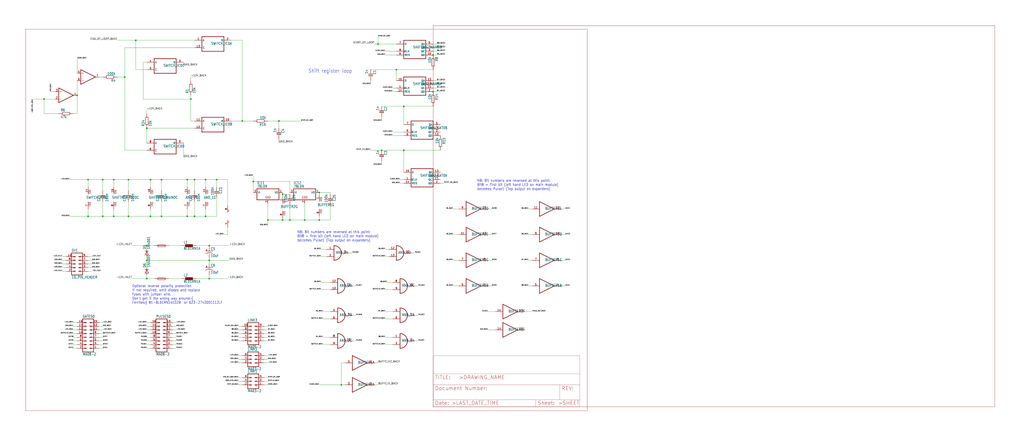
<source format=kicad_sch>
(kicad_sch (version 20211123) (generator eeschema)
  (paper "User" 708.66 304.8)
  (junction (at 142.24 149.86))
  (junction (at 93.98 27.94))
  (junction (at 101.6 170.18))
  (junction (at 210.82 152.4))
  (junction (at 149.86 124.46))
  (junction (at 134.62 149.86))
  (junction (at 144.78 170.18))
  (junction (at 279.4 73.66))
  (junction (at 185.42 152.4))
  (junction (at 104.14 124.46))
  (junction (at 279.4 104.14))
  (junction (at 200.66 152.4))
  (junction (at 78.74 149.86))
  (junction (at 132.08 68.58))
  (junction (at 195.58 152.4))
  (junction (at 195.58 134.62))
  (junction (at 134.62 124.46))
  (junction (at 167.64 83.82))
  (junction (at 60.96 149.86))
  (junction (at 299.72 38.1))
  (junction (at 88.9 149.86))
  (junction (at 129.54 124.46))
  (junction (at 261.62 30.48))
  (junction (at 142.24 124.46))
  (junction (at 175.26 125.73))
  (junction (at 101.6 193.04))
  (junction (at 71.12 149.86))
  (junction (at 71.12 124.46))
  (junction (at 111.76 124.46))
  (junction (at 88.9 124.46))
  (junction (at 86.36 53.34))
  (junction (at 264.16 104.14))
  (junction (at 30.48 68.58))
  (junction (at 78.74 124.46))
  (junction (at 101.6 180.34))
  (junction (at 144.78 180.34))
  (junction (at 299.72 63.5))
  (junction (at 60.96 124.46))
  (junction (at 129.54 149.86))
  (junction (at 53.34 66.04))
  (junction (at 104.14 149.86))
  (junction (at 101.6 88.9))
  (junction (at 220.98 152.4))
  (junction (at 193.04 83.82))
  (junction (at 144.78 193.04))
  (junction (at 220.98 133.35))
  (junction (at 274.32 48.26))
  (junction (at 111.76 149.86))
  (junction (at 236.22 266.7))
  (wire (pts (xy 43.18 185.42) (xy 45.72 185.42)))
  (wire (pts (xy 53.34 66.04) (xy 53.34 55.88)))
  (wire (pts (xy 60.96 124.46) (xy 60.96 129.54)))
  (wire (pts (xy 101.6 180.34) (xy 101.6 185.42)))
  (wire (pts (xy 165.1 246.38) (xy 167.64 246.38)))
  (wire (pts (xy 313.69 198.12) (xy 317.5 198.12)))
  (wire (pts (xy 167.64 83.82) (xy 175.26 83.82)))
  (wire (pts (xy 340.36 198.12) (xy 337.82 198.12)))
  (wire (pts (xy 101.6 76.2) (xy 101.6 78.74)))
  (wire (pts (xy 88.9 132.08) (xy 88.9 124.46)))
  (wire (pts (xy 266.7 35.56) (xy 274.32 35.56)))
  (wire (pts (xy 256.54 48.26) (xy 274.32 48.26)))
  (wire (pts (xy 71.12 231.14) (xy 68.58 231.14)))
  (wire (pts (xy 228.6 133.35) (xy 228.6 134.62)))
  (wire (pts (xy 129.54 124.46) (xy 134.62 124.46)))
  (wire (pts (xy 71.12 241.3) (xy 68.58 241.3)))
  (wire (pts (xy 264.16 104.14) (xy 279.4 104.14)))
  (wire (pts (xy 193.04 99.06) (xy 193.04 96.52)))
  (wire (pts (xy 101.6 236.22) (xy 104.14 236.22)))
  (wire (pts (xy 220.98 149.86) (xy 220.98 152.4)))
  (wire (pts (xy 121.92 231.14) (xy 119.38 231.14)))
  (wire (pts (xy 302.26 58.42) (xy 299.72 58.42)))
  (wire (pts (xy 228.6 152.4) (xy 220.98 152.4)))
  (wire (pts (xy 193.04 83.82) (xy 208.28 83.82)))
  (wire (pts (xy 101.6 180.34) (xy 144.78 180.34)))
  (wire (pts (xy 264.16 111.76) (xy 264.16 114.3)))
  (wire (pts (xy 236.22 266.7) (xy 236.22 251.46)))
  (wire (pts (xy 157.48 124.46) (xy 157.48 142.24)))
  (wire (pts (xy 185.42 228.6) (xy 182.88 228.6)))
  (wire (pts (xy 71.12 223.52) (xy 68.58 223.52)))
  (wire (pts (xy 220.98 152.4) (xy 210.82 152.4)))
  (wire (pts (xy 243.84 175.26) (xy 241.3 175.26)))
  (wire (pts (xy 50.8 233.68) (xy 53.34 233.68)))
  (wire (pts (xy 340.36 162.56) (xy 337.82 162.56)))
  (wire (pts (xy 50.8 236.22) (xy 53.34 236.22)))
  (wire (pts (xy 302.26 35.56) (xy 299.72 35.56)))
  (wire (pts (xy 365.76 162.56) (xy 368.3 162.56)))
  (wire (pts (xy 144.78 171.45) (xy 144.78 170.18)))
  (wire (pts (xy 185.42 264.16) (xy 182.88 264.16)))
  (wire (pts (xy 256.54 104.14) (xy 264.16 104.14)))
  (wire (pts (xy 71.12 124.46) (xy 78.74 124.46)))
  (wire (pts (xy 279.4 73.66) (xy 264.16 73.66)))
  (wire (pts (xy 86.36 104.14) (xy 101.6 104.14)))
  (wire (pts (xy 313.69 180.34) (xy 317.5 180.34)))
  (wire (pts (xy 185.42 248.92) (xy 182.88 248.92)))
  (wire (pts (xy 50.8 231.14) (xy 53.34 231.14)))
  (wire (pts (xy 86.36 53.34) (xy 86.36 104.14)))
  (wire (pts (xy 30.48 68.58) (xy 22.86 68.58)))
  (wire (pts (xy 149.86 129.54) (xy 149.86 124.46)))
  (wire (pts (xy 261.62 266.7) (xy 259.08 266.7)))
  (wire (pts (xy 165.1 231.14) (xy 167.64 231.14)))
  (wire (pts (xy 340.36 144.78) (xy 337.82 144.78)))
  (wire (pts (xy 279.4 73.66) (xy 279.4 86.36)))
  (wire (pts (xy 302.26 30.48) (xy 299.72 30.48)))
  (wire (pts (xy 101.6 170.18) (xy 91.44 170.18)))
  (wire (pts (xy 78.74 144.78) (xy 78.74 149.86)))
  (wire (pts (xy 101.6 233.68) (xy 104.14 233.68)))
  (wire (pts (xy 307.34 127) (xy 304.8 127)))
  (wire (pts (xy 236.22 251.46) (xy 238.76 251.46)))
  (wire (pts (xy 195.58 152.4) (xy 185.42 152.4)))
  (wire (pts (xy 175.26 121.92) (xy 175.26 125.73)))
  (wire (pts (xy 101.6 228.6) (xy 104.14 228.6)))
  (wire (pts (xy 125.73 170.18) (xy 116.84 170.18)))
  (wire (pts (xy 50.8 226.06) (xy 53.34 226.06)))
  (wire (pts (xy 88.9 139.7) (xy 88.9 149.86)))
  (wire (pts (xy 111.76 132.08) (xy 111.76 124.46)))
  (wire (pts (xy 71.12 238.76) (xy 68.58 238.76)))
  (wire (pts (xy 185.42 261.62) (xy 182.88 261.62)))
  (wire (pts (xy 35.56 63.5) (xy 38.1 63.5)))
  (wire (pts (xy 368.3 215.9) (xy 363.22 215.9)))
  (wire (pts (xy 71.12 226.06) (xy 68.58 226.06)))
  (wire (pts (xy 165.1 266.7) (xy 167.64 266.7)))
  (wire (pts (xy 200.66 152.4) (xy 195.58 152.4)))
  (wire (pts (xy 81.28 27.94) (xy 93.98 27.94)))
  (wire (pts (xy 88.9 124.46) (xy 104.14 124.46)))
  (wire (pts (xy 71.12 228.6) (xy 68.58 228.6)))
  (wire (pts (xy 121.92 233.68) (xy 119.38 233.68)))
  (wire (pts (xy 134.62 33.02) (xy 86.36 33.02)))
  (wire (pts (xy 43.18 180.34) (xy 45.72 180.34)))
  (wire (pts (xy 228.6 142.24) (xy 228.6 152.4)))
  (wire (pts (xy 104.14 144.78) (xy 104.14 149.86)))
  (wire (pts (xy 30.48 78.74) (xy 40.64 78.74)))
  (wire (pts (xy 391.16 144.78) (xy 388.62 144.78)))
  (wire (pts (xy 78.74 124.46) (xy 88.9 124.46)))
  (wire (pts (xy 38.1 68.58) (xy 30.48 68.58)))
  (wire (pts (xy 246.38 198.12) (xy 243.84 198.12)))
  (wire (pts (xy 195.58 152.4) (xy 195.58 151.13)))
  (wire (pts (xy 144.78 190.5) (xy 144.78 193.04)))
  (wire (pts (xy 185.42 83.82) (xy 193.04 83.82)))
  (wire (pts (xy 160.02 83.82) (xy 167.64 83.82)))
  (wire (pts (xy 101.6 223.52) (xy 104.14 223.52)))
  (wire (pts (xy 121.92 228.6) (xy 119.38 228.6)))
  (wire (pts (xy 210.82 152.4) (xy 210.82 140.97)))
  (wire (pts (xy 149.86 124.46) (xy 142.24 124.46)))
  (wire (pts (xy 53.34 78.74) (xy 53.34 66.04)))
  (wire (pts (xy 302.26 60.96) (xy 299.72 60.96)))
  (wire (pts (xy 104.14 129.54) (xy 104.14 124.46)))
  (wire (pts (xy 165.1 228.6) (xy 167.64 228.6)))
  (wire (pts (xy 337.82 215.9) (xy 342.9 215.9)))
  (wire (pts (xy 287.02 175.26) (xy 284.48 175.26)))
  (wire (pts (xy 101.6 190.5) (xy 101.6 193.04)))
  (wire (pts (xy 261.62 251.46) (xy 259.08 251.46)))
  (wire (pts (xy 266.7 215.9) (xy 271.78 215.9)))
  (wire (pts (xy 266.7 238.76) (xy 271.78 238.76)))
  (wire (pts (xy 175.26 125.73) (xy 175.26 133.35)))
  (wire (pts (xy 222.25 195.58) (xy 228.6 195.58)))
  (wire (pts (xy 228.6 200.66) (xy 222.25 200.66)))
  (wire (pts (xy 63.5 187.96) (xy 60.96 187.96)))
  (wire (pts (xy 43.18 187.96) (xy 45.72 187.96)))
  (wire (pts (xy 43.18 182.88) (xy 45.72 182.88)))
  (wire (pts (xy 200.66 125.73) (xy 175.26 125.73)))
  (wire (pts (xy 71.12 236.22) (xy 68.58 236.22)))
  (wire (pts (xy 101.6 231.14) (xy 104.14 231.14)))
  (wire (pts (xy 259.08 30.48) (xy 261.62 30.48)))
  (wire (pts (xy 30.48 68.58) (xy 30.48 78.74)))
  (wire (pts (xy 220.98 266.7) (xy 236.22 266.7)))
  (wire (pts (xy 101.6 48.26) (xy 93.98 48.26)))
  (wire (pts (xy 246.38 218.44) (xy 243.84 218.44)))
  (wire (pts (xy 340.36 180.34) (xy 337.82 180.34)))
  (wire (pts (xy 185.42 231.14) (xy 182.88 231.14)))
  (wire (pts (xy 302.26 55.88) (xy 299.72 55.88)))
  (wire (pts (xy 132.08 66.04) (xy 132.08 68.58)))
  (wire (pts (xy 88.9 149.86) (xy 104.14 149.86)))
  (wire (pts (xy 121.92 236.22) (xy 119.38 236.22)))
  (wire (pts (xy 104.14 124.46) (xy 111.76 124.46)))
  (wire (pts (xy 200.66 142.24) (xy 200.66 152.4)))
  (wire (pts (xy 132.08 55.88) (xy 132.08 53.34)))
  (wire (pts (xy 157.48 157.48) (xy 157.48 162.56)))
  (wire (pts (xy 337.82 228.6) (xy 342.9 228.6)))
  (wire (pts (xy 144.78 182.88) (xy 144.78 180.34)))
  (wire (pts (xy 129.54 129.54) (xy 129.54 124.46)))
  (wire (pts (xy 261.62 30.48) (xy 261.62 25.4)))
  (wire (pts (xy 266.7 220.98) (xy 271.78 220.98)))
  (wire (pts (xy 266.7 172.72) (xy 269.24 172.72)))
  (wire (pts (xy 50.8 241.3) (xy 53.34 241.3)))
  (wire (pts (xy 149.86 137.16) (xy 149.86 149.86)))
  (wire (pts (xy 71.12 149.86) (xy 78.74 149.86)))
  (wire (pts (xy 93.98 27.94) (xy 134.62 27.94)))
  (wire (pts (xy 266.7 200.66) (xy 271.78 200.66)))
  (wire (pts (xy 302.26 38.1) (xy 299.72 38.1)))
  (wire (pts (xy 104.14 149.86) (xy 111.76 149.86)))
  (wire (pts (xy 302.26 63.5) (xy 299.72 63.5)))
  (wire (pts (xy 71.12 233.68) (xy 68.58 233.68)))
  (wire (pts (xy 132.08 83.82) (xy 134.62 83.82)))
  (wire (pts (xy 101.6 238.76) (xy 104.14 238.76)))
  (wire (pts (xy 121.92 241.3) (xy 119.38 241.3)))
  (wire (pts (xy 50.8 223.52) (xy 53.34 223.52)))
  (wire (pts (xy 134.62 149.86) (xy 142.24 149.86)))
  (wire (pts (xy 101.6 226.06) (xy 104.14 226.06)))
  (wire (pts (xy 106.68 170.18) (xy 101.6 170.18)))
  (wire (pts (xy 246.38 236.22) (xy 243.84 236.22)))
  (wire (pts (xy 60.96 149.86) (xy 60.96 144.78)))
  (wire (pts (xy 60.96 124.46) (xy 71.12 124.46)))
  (wire (pts (xy 142.24 129.54) (xy 142.24 124.46)))
  (wire (pts (xy 111.76 139.7) (xy 111.76 149.86)))
  (wire (pts (xy 222.25 172.72) (xy 226.06 172.72)))
  (wire (pts (xy 313.69 162.56) (xy 317.5 162.56)))
  (wire (pts (xy 60.96 149.86) (xy 71.12 149.86)))
  (wire (pts (xy 223.52 233.68) (xy 228.6 233.68)))
  (wire (pts (xy 165.1 248.92) (xy 167.64 248.92)))
  (wire (pts (xy 144.78 193.04) (xy 135.89 193.04)))
  (wire (pts (xy 365.76 144.78) (xy 368.3 144.78)))
  (wire (pts (xy 165.1 236.22) (xy 167.64 236.22)))
  (wire (pts (xy 43.18 177.8) (xy 45.72 177.8)))
  (wire (pts (xy 304.8 104.14) (xy 279.4 104.14)))
  (wire (pts (xy 185.42 251.46) (xy 182.88 251.46)))
  (wire (pts (xy 129.54 149.86) (xy 134.62 149.86)))
  (wire (pts (xy 289.56 198.12) (xy 287.02 198.12)))
  (wire (pts (xy 111.76 149.86) (xy 129.54 149.86)))
  (wire (pts (xy 185.42 156.21) (xy 185.42 152.4)))
  (wire (pts (xy 121.92 223.52) (xy 119.38 223.52)))
  (wire (pts (xy 185.42 233.68) (xy 182.88 233.68)))
  (wire (pts (xy 144.78 180.34) (xy 158.75 180.34)))
  (wire (pts (xy 256.54 55.88) (xy 256.54 58.42)))
  (wire (pts (xy 158.75 170.18) (xy 144.78 170.18)))
  (wire (pts (xy 222.25 177.8) (xy 226.06 177.8)))
  (wire (pts (xy 220.98 134.62) (xy 220.98 133.35)))
  (wire (pts (xy 289.56 218.44) (xy 287.02 218.44)))
  (wire (pts (xy 266.7 233.68) (xy 271.78 233.68)))
  (wire (pts (xy 144.78 170.18) (xy 135.89 170.18)))
  (wire (pts (xy 101.6 88.9) (xy 134.62 88.9)))
  (wire (pts (xy 50.8 78.74) (xy 53.34 78.74)))
  (wire (pts (xy 271.78 60.96) (xy 274.32 60.96)))
  (wire (pts (xy 160.02 27.94) (xy 167.64 27.94)))
  (wire (pts (xy 127 109.22) (xy 127 99.06)))
  (wire (pts (xy 101.6 241.3) (xy 104.14 241.3)))
  (wire (pts (xy 63.5 177.8) (xy 60.96 177.8)))
  (wire (pts (xy 185.42 246.38) (xy 182.88 246.38)))
  (wire (pts (xy 313.69 144.78) (xy 317.5 144.78)))
  (wire (pts (xy 63.5 182.88) (xy 60.96 182.88)))
  (wire (pts (xy 121.92 238.76) (xy 119.38 238.76)))
  (wire (pts (xy 276.86 127) (xy 279.4 127)))
  (wire (pts (xy 299.72 48.26) (xy 274.32 48.26)))
  (wire (pts (xy 134.62 124.46) (xy 142.24 124.46)))
  (wire (pts (xy 134.62 139.7) (xy 134.62 149.86)))
  (wire (pts (xy 101.6 170.18) (xy 101.6 172.72)))
  (wire (pts (xy 391.16 162.56) (xy 388.62 162.56)))
  (wire (pts (xy 165.1 264.16) (xy 167.64 264.16)))
  (wire (pts (xy 99.06 68.58) (xy 132.08 68.58)))
  (wire (pts (xy 274.32 38.1) (xy 266.7 38.1)))
  (wire (pts (xy 299.72 73.66) (xy 279.4 73.66)))
  (wire (pts (xy 193.04 88.9) (xy 193.04 83.82)))
  (wire (pts (xy 220.98 133.35) (xy 228.6 133.35)))
  (wire (pts (xy 165.1 233.68) (xy 167.64 233.68)))
  (wire (pts (xy 111.76 124.46) (xy 129.54 124.46)))
  (wire (pts (xy 50.8 228.6) (xy 53.34 228.6)))
  (wire (pts (xy 165.1 226.06) (xy 167.64 226.06)))
  (wire (pts (xy 101.6 193.04) (xy 106.68 193.04)))
  (wire (pts (xy 157.48 162.56) (xy 154.94 162.56)))
  (wire (pts (xy 142.24 144.78) (xy 142.24 149.86)))
  (wire (pts (xy 50.8 238.76) (xy 53.34 238.76)))
  (wire (pts (xy 71.12 132.08) (xy 71.12 124.46)))
  (wire (pts (xy 71.12 139.7) (xy 71.12 149.86)))
  (wire (pts (xy 53.34 40.64) (xy 53.34 50.8)))
  (wire (pts (xy 210.82 152.4) (xy 200.66 152.4)))
  (wire (pts (xy 157.48 193.04) (xy 144.78 193.04)))
  (wire (pts (xy 63.5 180.34) (xy 60.96 180.34)))
  (wire (pts (xy 78.74 149.86) (xy 88.9 149.86)))
  (wire (pts (xy 99.06 43.18) (xy 99.06 68.58)))
  (wire (pts (xy 134.62 132.08) (xy 134.62 124.46)))
  (wire (pts (xy 165.1 251.46) (xy 167.64 251.46)))
  (wire (pts (xy 86.36 33.02) (xy 86.36 53.34)))
  (wire (pts (xy 93.98 48.26) (xy 93.98 27.94)))
  (wire (pts (xy 200.66 125.73) (xy 200.66 133.35)))
  (wire (pts (xy 276.86 124.46) (xy 279.4 124.46)))
  (wire (pts (xy 48.26 149.86) (xy 60.96 149.86)))
  (wire (pts (xy 101.6 88.9) (xy 101.6 99.06)))
  (wire (pts (xy 132.08 68.58) (xy 132.08 83.82)))
  (wire (pts (xy 365.76 180.34) (xy 368.3 180.34)))
  (wire (pts (xy 101.6 43.18) (xy 99.06 43.18)))
  (wire (pts (xy 129.54 144.78) (xy 129.54 149.86)))
  (wire (pts (xy 144.78 180.34) (xy 144.78 179.07)))
  (wire (pts (xy 91.44 193.04) (xy 101.6 193.04)))
  (wire (pts (xy 267.97 195.58) (xy 271.78 195.58)))
  (wire (pts (xy 185.42 226.06) (xy 182.88 226.06)))
  (wire (pts (xy 81.28 53.34) (xy 86.36 53.34)))
  (wire (pts (xy 274.32 48.26) (xy 274.32 55.88)))
  (wire (pts (xy 391.16 180.34) (xy 388.62 180.34)))
  (wire (pts (xy 266.7 177.8) (xy 269.24 177.8)))
  (wire (pts (xy 185.42 152.4) (xy 185.42 140.97)))
  (wire (pts (xy 185.42 236.22) (xy 182.88 236.22)))
  (wire (pts (xy 391.16 198.12) (xy 388.62 198.12)))
  (wire (pts (xy 101.6 177.8) (xy 101.6 180.34)))
  (wire (pts (xy 63.5 185.42) (xy 60.96 185.42)))
  (wire (pts (xy 223.52 215.9) (xy 228.6 215.9)))
  (wire (pts (xy 223.52 220.98) (xy 228.6 220.98)))
  (wire (pts (xy 261.62 30.48) (xy 274.32 30.48)))
  (wire (pts (xy 279.4 104.14) (xy 279.4 119.38)))
  (wire (pts (xy 71.12 53.34) (xy 68.58 53.34)))
  (wire (pts (xy 195.58 134.62) (xy 200.66 134.62)))
  (wire (pts (xy 127 45.72) (xy 127 43.18)))
  (wire (pts (xy 365.76 198.12) (xy 368.3 198.12)))
  (wire (pts (xy 236.22 266.7) (xy 238.76 266.7)))
  (wire (pts (xy 125.73 193.04) (xy 116.84 193.04)))
  (wire (pts (xy 264.16 83.82) (xy 264.16 81.28)))
  (wire (pts (xy 289.56 236.22) (xy 287.02 236.22)))
  (wire (pts (xy 271.78 63.5) (xy 274.32 63.5)))
  (wire (pts (xy 302.26 33.02) (xy 299.72 33.02)))
  (wire (pts (xy 223.52 238.76) (xy 228.6 238.76)))
  (wire (pts (xy 48.26 124.46) (xy 60.96 124.46)))
  (wire (pts (xy 149.86 149.86) (xy 142.24 149.86)))
  (wire (pts (xy 78.74 129.54) (xy 78.74 124.46)))
  (wire (pts (xy 271.78 91.44) (xy 279.4 91.44)))
  (wire (pts (xy 185.42 266.7) (xy 182.88 266.7)))
  (wire (pts (xy 165.1 261.62) (xy 167.64 261.62)))
  (wire (pts (xy 271.78 93.98) (xy 279.4 93.98)))
  (wire (pts (xy 149.86 124.46) (xy 157.48 124.46)))
  (wire (pts (xy 195.58 135.89) (xy 195.58 134.62)))
  (wire (pts (xy 121.92 226.06) (xy 119.38 226.06)))
  (wire (pts (xy 167.64 27.94) (xy 167.64 83.82)))
  (wire (pts (xy 195.58 134.62) (xy 195.58 133.35)))
  (text "Shift register loop" (at 213.36 50.8 180) (effects (font (size 2.54 2.159)) (justify left bottom)))
  (text "NB: Bit numbers are reversed at this point:\nBit8 = first bit (left hand LED on main module)\nbecomes Pulse1 (Top output on expanders)" (at 330.2 132.08 0) (effects (font (size 1.778 1.5113)) (justify left bottom)))
  (text "Optional reverse polarity protection\nIf not required, omit diodes and replace\nfuses with jumper wire.\nDon't get it the wrong way around~{\nFerrites:} 81-BL01RN1A1D2B  or 623-2743001112LF" (at 91.44 210.82 0) (effects (font (size 1.778 1.5113)) (justify left bottom)))
  (text "NB: Bit numbers are reversed at this point:\nBit8 = first bit (left hand LED on main module)\nbecomes Pulse1 (Top output on expanders)" (at 205.74 167.64 0) (effects (font (size 1.778 1.5113)) (justify left bottom)))
  (label "B8_BACK" (at 365.76 198.12 180) (effects (font (size 0.7112 0.7112))))
  (label "GND_BACK" (at 193.04 99.06 0) (effects (font (size 1.2446 1.2446))))
  (label "BUFFCLK_BACK" (at 121.92 231.14 0) (effects (font (size 0.7112 0.7112))))
  (label "BUFFCLK_BACK" (at 261.62 266.7 0) (effects (font (size 1.2446 1.2446))))
  (label "GATE5" (at 340.36 198.12 0) (effects (font (size 0.7112 0.7112))))
  (label "-12V_INLET" (at 91.44 193.04 180) (effects (font (size 1.2446 1.2446))))
  (label "+12V_BACK" (at 132.08 53.34 0) (effects (font (size 1.2446 1.2446))))
  (label "GND_BACK" (at 271.78 93.98 180) (effects (font (size 0.7112 0.7112))))
  (label "B3_BACK" (at 185.42 233.68 0) (effects (font (size 0.7112 0.7112))))
  (label "BUFFCLK_BACK" (at 223.52 220.98 180) (effects (font (size 0.7112 0.7112))))
  (label "-12V_BACK" (at 185.42 251.46 0) (effects (font (size 0.7112 0.7112))))
  (label "PULSE6" (at 246.38 218.44 0) (effects (font (size 0.7112 0.7112))))
  (label "B8_BACK" (at 266.7 233.68 180) (effects (font (size 0.7112 0.7112))))
  (label "PULSE8" (at 101.6 233.68 180) (effects (font (size 0.7112 0.7112))))
  (label "END_OF_LOOP_BACK" (at 165.1 261.62 180) (effects (font (size 0.7112 0.7112))))
  (label "PULSE_OUT_BACK" (at 165.1 226.06 180) (effects (font (size 0.7112 0.7112))))
  (label "B6_BACK" (at 302.26 35.56 0) (effects (font (size 0.889 0.889))))
  (label "B4_BACK" (at 223.52 233.68 180) (effects (font (size 0.7112 0.7112))))
  (label "PULSE2" (at 101.6 241.3 180) (effects (font (size 0.7112 0.7112))))
  (label "B4_BACK" (at 302.26 55.88 0) (effects (font (size 0.889 0.889))))
  (label "GND_BACK" (at 337.82 228.6 180) (effects (font (size 0.7112 0.7112))))
  (label "PULSE1" (at 337.82 215.9 180) (effects (font (size 0.7112 0.7112))))
  (label "B2_BACK" (at 222.25 195.58 180) (effects (font (size 0.7112 0.7112))))
  (label "GATE4" (at 50.8 238.76 180) (effects (font (size 0.7112 0.7112))))
  (label "+12V_INLET" (at 91.44 170.18 180) (effects (font (size 1.2446 1.2446))))
  (label "GATE2" (at 50.8 241.3 180) (effects (font (size 0.7112 0.7112))))
  (label "GND_BACK" (at 264.16 114.3 180) (effects (font (size 0.7112 0.7112))))
  (label "GATE3" (at 71.12 238.76 0) (effects (font (size 0.7112 0.7112))))
  (label "B6_BACK" (at 165.1 231.14 180) (effects (font (size 0.7112 0.7112))))
  (label "+12V_BACK" (at 48.26 124.46 180) (effects (font (size 0.7112 0.7112))))
  (label "PULSE5" (at 246.38 236.22 0) (effects (font (size 0.7112 0.7112))))
  (label "GND_BACK" (at 63.5 180.34 0) (effects (font (size 0.7112 0.7112))))
  (label "GATE6" (at 50.8 236.22 180) (effects (font (size 0.7112 0.7112))))
  (label "GATE7" (at 71.12 233.68 0) (effects (font (size 0.7112 0.7112))))
  (label "PULSE4" (at 287.02 175.26 0) (effects (font (size 0.7112 0.7112))))
  (label "BUFFCLK2_BACK" (at 50.8 231.14 180) (effects (font (size 0.7112 0.7112))))
  (label "PULSE2" (at 289.56 218.44 0) (effects (font (size 0.7112 0.7112))))
  (label "LOOP_CTRL_BACK" (at 165.1 264.16 180) (effects (font (size 0.7112 0.7112))))
  (label "B4_BACK" (at 313.69 198.12 180) (effects (font (size 0.7112 0.7112))))
  (label "LOOP_CTRL_BACK" (at 22.86 68.58 270) (effects (font (size 0.7112 0.7112))))
  (label "PULSE1" (at 289.56 236.22 0) (effects (font (size 0.7112 0.7112))))
  (label "START_OF_LOOP" (at 261.62 25.4 0) (effects (font (size 0.7112 0.7112))))
  (label "STEP_12_BACK" (at 185.42 264.16 0) (effects (font (size 0.7112 0.7112))))
  (label "PULSE6" (at 101.6 236.22 180) (effects (font (size 0.7112 0.7112))))
  (label "+12V_BACK" (at 50.8 223.52 180) (effects (font (size 0.7112 0.7112))))
  (label "B5_BACK" (at 365.76 144.78 180) (effects (font (size 0.7112 0.7112))))
  (label "CLOCK_BACK" (at 271.78 60.96 180) (effects (font (size 0.7112 0.7112))))
  (label "PULSE7" (at 121.92 233.68 0) (effects (font (size 0.7112 0.7112))))
  (label "NOISE_BACK" (at 53.34 40.64 0) (effects (font (size 0.7112 0.7112))))
  (label "GATE2" (at 391.16 180.34 0) (effects (font (size 0.7112 0.7112))))
  (label "B8_BACK" (at 165.1 228.6 180) (effects (font (size 0.7112 0.7112))))
  (label "-12V_INLET" (at 63.5 187.96 0) (effects (font (size 0.7112 0.7112))))
  (label "PULSE4" (at 101.6 238.76 180) (effects (font (size 0.7112 0.7112))))
  (label "B3_BACK" (at 302.26 58.42 0) (effects (font (size 0.889 0.889))))
  (label "GATE5" (at 71.12 236.22 0) (effects (font (size 0.7112 0.7112))))
  (label "-12V_BACK" (at 121.92 228.6 0) (effects (font (size 0.7112 0.7112))))
  (label "+12V_BACK" (at 158.75 170.18 0) (effects (font (size 1.2446 1.2446))))
  (label "-12V_INLET" (at 43.18 187.96 180) (effects (font (size 0.7112 0.7112))))
  (label "+12V_BACK" (at 101.6 76.2 0) (effects (font (size 1.2446 1.2446))))
  (label "GND_BACK" (at 35.56 63.5 90) (effects (font (size 0.7112 0.7112))))
  (label "B3_BACK" (at 223.52 215.9 180) (effects (font (size 0.7112 0.7112))))
  (label "CLOCK_BACK" (at 271.78 91.44 180) (effects (font (size 0.7112 0.7112))))
  (label "START_OF_LOOP" (at 259.08 30.48 180) (effects (font (size 1.2446 1.2446))))
  (label "GND_BACK" (at 256.54 58.42 180) (effects (font (size 0.7112 0.7112))))
  (label "B1_BACK" (at 302.26 63.5 0) (effects (font (size 0.889 0.889))))
  (label "GATE4" (at 391.16 144.78 0) (effects (font (size 0.7112 0.7112))))
  (label "CLOCK_BACK" (at 220.98 266.7 180) (effects (font (size 0.7112 0.7112))))
  (label "GND_BACK" (at 71.12 226.06 0) (effects (font (size 0.7112 0.7112))))
  (label "GND_BACK" (at 127 45.72 0) (effects (font (size 1.2446 1.2446))))
  (label "GATE6" (at 340.36 180.34 0) (effects (font (size 0.7112 0.7112))))
  (label "B5_BACK" (at 266.7 172.72 180) (effects (font (size 0.7112 0.7112))))
  (label "+12V_INLET" (at 43.18 177.8 180) (effects (font (size 0.7112 0.7112))))
  (label "GATE8" (at 340.36 144.78 0) (effects (font (size 0.7112 0.7112))))
  (label "B5_BACK" (at 302.26 38.1 0) (effects (font (size 0.889 0.889))))
  (label "+12V_BACK" (at 185.42 246.38 0) (effects (font (size 0.7112 0.7112))))
  (label "GND_BACK" (at 185.42 248.92 0) (effects (font (size 0.7112 0.7112))))
  (label "B2_BACK" (at 313.69 162.56 180) (effects (font (size 0.7112 0.7112))))
  (label "GND_BACK" (at 121.92 226.06 0) (effects (font (size 0.7112 0.7112))))
  (label "B2_BACK" (at 165.1 236.22 180) (effects (font (size 0.7112 0.7112))))
  (label "BUFFCLK2_BACK" (at 266.7 200.66 180) (effects (font (size 0.7112 0.7112))))
  (label "+12V_BACK" (at 101.6 223.52 180) (effects (font (size 0.7112 0.7112))))
  (label "GATE1" (at 71.12 241.3 0) (effects (font (size 0.7112 0.7112))))
  (label "B7_BACK" (at 185.42 228.6 0) (effects (font (size 0.7112 0.7112))))
  (label "B6_BACK" (at 267.97 195.58 180) (effects (font (size 0.7112 0.7112))))
  (label "-12V_BACK" (at 154.94 162.56 180) (effects (font (size 0.7112 0.7112))))
  (label "GND_BACK" (at 165.1 248.92 180) (effects (font (size 0.7112 0.7112))))
  (label "B1_BACK" (at 222.25 172.72 180) (effects (font (size 0.7112 0.7112))))
  (label "+12V_BACK" (at 71.12 223.52 0) (effects (font (size 0.7112 0.7112))))
  (label "GND_BACK" (at 185.42 156.21 180) (effects (font (size 0.7112 0.7112))))
  (label "+12V_BACK" (at 121.92 223.52 0) (effects (font (size 0.7112 0.7112))))
  (label "B7_BACK" (at 266.7 215.9 180) (effects (font (size 0.7112 0.7112))))
  (label "GND_BACK" (at 43.18 185.42 180) (effects (font (size 0.7112 0.7112))))
  (label "B5_BACK" (at 185.42 231.14 0) (effects (font (size 0.7112 0.7112))))
  (label "BUFFCLK_BACK" (at 222.25 177.8 180) (effects (font (size 0.7112 0.7112))))
  (label "GND_BACK" (at 63.5 185.42 0) (effects (font (size 0.7112 0.7112))))
  (label "PULSE3" (at 289.56 198.12 0) (effects (font (size 0.7112 0.7112))))
  (label "BUFFCLK2_BACK" (at 261.62 251.46 0) (effects (font (size 1.2446 1.2446))))
  (label "GND_BACK" (at 127 109.22 0) (effects (font (size 1.2446 1.2446))))
  (label "GATE8" (at 50.8 233.68 180) (effects (font (size 0.7112 0.7112))))
  (label "GND_BACK" (at 101.6 226.06 180) (effects (font (size 0.7112 0.7112))))
  (label "NOISE_BACK" (at 185.42 266.7 0) (effects (font (size 0.7112 0.7112))))
  (label "+12V_INLET" (at 63.5 177.8 0) (effects (font (size 0.7112 0.7112))))
  (label "-12V_BACK" (at 101.6 228.6 180) (effects (font (size 0.7112 0.7112))))
  (label "+12V_BACK" (at 165.1 246.38 180) (effects (font (size 0.7112 0.7112))))
  (label "GND_BACK" (at 158.75 180.34 0) (effects (font (size 1.2446 1.2446))))
  (label "-12V_BACK" (at 165.1 251.46 180) (effects (font (size 0.7112 0.7112))))
  (label "B3_BACK" (at 313.69 180.34 180) (effects (font (size 0.7112 0.7112))))
  (label "B1_BACK" (at 185.42 236.22 0) (effects (font (size 0.7112 0.7112))))
  (label "GND_BACK" (at 266.7 38.1 180) (effects (font (size 0.7112 0.7112))))
  (label "-12V_BACK" (at 50.8 228.6 180) (effects (font (size 0.7112 0.7112))))
  (label "BUFFCLK2_BACK" (at 266.7 220.98 180) (effects (font (size 0.7112 0.7112))))
  (label "CLOCK_BACK" (at 276.86 124.46 180) (effects (font (size 0.7112 0.7112))))
  (label "BUFFCLK_BACK" (at 223.52 238.76 180) (effects (font (size 0.7112 0.7112))))
  (label "B4_BACK" (at 165.1 233.68 180) (effects (font (size 0.7112 0.7112))))
  (label "PULSE7" (at 246.38 198.12 0) (effects (font (size 0.7112 0.7112))))
  (label "BUFFCLK_BACK" (at 101.6 231.14 180) (effects (font (size 0.7112 0.7112))))
  (label "BUFFCLK2_BACK" (at 266.7 238.76 180) (effects (font (size 0.7112 0.7112))))
  (label "BUFFCLK2_BACK" (at 71.12 231.14 0) (effects (font (size 0.7112 0.7112))))
  (label "GND_BACK" (at 43.18 182.88 180) (effects (font (size 0.7112 0.7112))))
  (label "START_OF_LOOP" (at 185.42 261.62 0) (effects (font (size 0.7112 0.7112))))
  (label "STEP_16_BACK" (at 307.34 127 0) (effects (font (size 0.889 0.889))))
  (label "PULSE5" (at 121.92 236.22 0) (effects (font (size 0.7112 0.7112))))
  (label "CLOCK_BACK" (at 266.7 35.56 180) (effects (font (size 0.7112 0.7112))))
  (label "GND_BACK" (at 63.5 182.88 0) (effects (font (size 0.7112 0.7112))))
  (label "+12V_BACK" (at 175.26 121.92 180) (effects (font (size 0.7112 0.7112))))
  (label "PULSE1" (at 121.92 241.3 0) (effects (font (size 0.7112 0.7112))))
  (label "B7_BACK" (at 365.76 180.34 180) (effects (font (size 0.7112 0.7112))))
  (label "GATE3" (at 391.16 162.56 0) (effects (font (size 0.7112 0.7112))))
  (label "PULSE3" (at 121.92 238.76 0) (effects (font (size 0.7112 0.7112))))
  (label "GATE7" (at 340.36 162.56 0) (effects (font (size 0.7112 0.7112))))
  (label "B8_BACK" (at 302.26 30.48 0) (effects (font (size 0.889 0.889))))
  (label "GND_BACK" (at 271.78 63.5 180) (effects (font (size 0.7112 0.7112))))
  (label "END_OF_LOOP_BACK" (at 81.28 27.94 180) (effects (font (size 1.2446 1.2446))))
  (label "PULSE8" (at 243.84 175.26 0) (effects (font (size 0.7112 0.7112))))
  (label "PULSE_OUT_BACK" (at 368.3 215.9 0) (effects (font (size 0.7112 0.7112))))
  (label "BUFFCLK2_BACK" (at 266.7 177.8 180) (effects (font (size 0.7112 0.7112))))
  (label "BUFFCLK_BACK" (at 222.25 200.66 180) (effects (font (size 0.7112 0.7112))))
  (label "B1_BACK" (at 313.69 144.78 180) (effects (font (size 0.7112 0.7112))))
  (label "B2_BACK" (at 302.26 60.96 0) (effects (font (size 0.889 0.889))))
  (label "-12V_BACK" (at 157.48 193.04 0) (effects (font (size 1.2446 1.2446))))
  (label "GND_BACK" (at 264.16 83.82 180) (effects (font (size 0.7112 0.7112))))
  (label "GND_BACK" (at 48.26 149.86 180) (effects (font (size 0.7112 0.7112))))
  (label "STEP_16_BACK" (at 165.1 266.7 180) (effects (font (size 0.7112 0.7112))))
  (label "START_OF_LOOP" (at 208.28 83.82 0) (effects (font (size 0.7112 0.7112))))
  (label "-12V_BACK" (at 71.12 228.6 0) (effects (font (size 0.7112 0.7112))))
  (label "B7_BACK" (at 302.26 33.02 0) (effects (font (size 0.889 0.889))))
  (label "STEP_12_BACK" (at 256.54 104.14 180) (effects (font (size 0.889 0.889))))
  (label "GND_BACK" (at 43.18 180.34 180) (effects (font (size 0.7112 0.7112))))
  (label "CLOCK_BACK" (at 185.42 226.06 0) (effects (font (size 0.7112 0.7112))))
  (label "GATE1" (at 391.16 198.12 0) (effects (font (size 0.7112 0.7112))))
  (label "GND_BACK" (at 276.86 127 180) (effects (font (size 0.7112 0.7112))))
  (label "B6_BACK" (at 365.76 162.56 180) (effects (font (size 0.7112 0.7112))))
  (label "GND_BACK" (at 50.8 226.06 180) (effects (font (size 0.7112 0.7112))))
  (symbol (lib_id "TuringBack-eagle-import:4050N") (at 327.66 180.34 0) (unit 3)
    (property "Reference" "BUFFER2" (at 326.39 180.975 0) (effects (font (size 1.778 1.5113)) (justify left bottom)))
    (property "Value" "4050" (effects hide))
    (property "Footprint" "TuringBack:DIL16" (effects hide))
  )
  (symbol (lib_id "TuringBack-eagle-import:4016N") (at 147.32 30.48 0) (unit 1)
    (property "Reference" "SWITCH_IC0" (at 146.05 31.115 0) (effects (font (size 1.778 1.5113)) (justify left bottom)))
    (property "Value" "4016" (effects hide))
    (property "Footprint" "TuringBack:DIL14" (effects hide))
  )
  (symbol (lib_id "TuringBack-eagle-import:R-EU_0207{slash}7") (at 299.72 68.58 270) (unit 1)
    (property "Reference" "R14" (at 301.2186 64.77 0) (effects (font (size 1.778 1.5113)) (justify left bottom)))
    (property "Value" "10k" (at 296.418 64.77 0) (effects (font (size 1.778 1.5113)) (justify left bottom)))
    (property "Footprint" "TuringBack:0207_7" (effects hide))
  )
  (symbol (lib_id "TuringBack-eagle-import:4081N") (at 142.24 137.16 0) (unit 5)
    (property "Reference" "AND_1" (at 140.97 137.795 0) (effects (font (size 1.778 1.5113)) (justify left bottom)))
    (property "Value" "4081" (effects hide))
    (property "Footprint" "TuringBack:DIL14" (effects hide))
  )
  (symbol (lib_id "TuringBack-eagle-import:TL072P") (at 60.96 53.34 0) (unit 2)
    (property "Reference" "IC7" (effects hide))
    (property "Value" "TL072P" (effects hide))
    (property "Footprint" "TuringBack:DIL08" (effects hide))
  )
  (symbol (lib_id "TuringBack-eagle-import:R-EU_0207{slash}7") (at 45.72 78.74 0) (unit 1)
    (property "Reference" "R6" (at 41.91 77.2414 0) (effects (font (size 1.778 1.5113)) (justify left bottom)))
    (property "Value" "47k" (at 41.91 82.042 0) (effects (font (size 1.778 1.5113)) (justify left bottom)))
    (property "Footprint" "TuringBack:0207_7" (effects hide))
  )
  (symbol (lib_id "TuringBack-eagle-import:CAP_POLPTH2") (at 144.78 173.99 0) (unit 1)
    (property "Reference" "C5" (at 145.796 173.355 0) (effects (font (size 1.778 1.5113)) (justify left bottom)))
    (property "Value" "10uf" (at 145.796 178.181 0) (effects (font (size 1.778 1.5113)) (justify left bottom)))
    (property "Footprint" "TuringBack:CPOL-RADIAL-10UF-25V" (effects hide))
  )
  (symbol (lib_id "TuringBack-eagle-import:R-EU_0207{slash}7") (at 299.72 43.18 270) (unit 1)
    (property "Reference" "R8" (at 301.2186 39.37 0) (effects (font (size 1.778 1.5113)) (justify left bottom)))
    (property "Value" "10k" (at 296.418 39.37 0) (effects (font (size 1.778 1.5113)) (justify left bottom)))
    (property "Footprint" "TuringBack:0207_7" (effects hide))
  )
  (symbol (lib_id "TuringBack-eagle-import:DINA3_L") (at 299.72 281.94 0) (unit 2)
    (property "Reference" "#FRAME1" (effects hide))
    (property "Value" "DINA3_L" (effects hide))
    (property "Footprint" "TuringBack:" (effects hide))
  )
  (symbol (lib_id "TuringBack-eagle-import:MA03-2") (at 175.26 248.92 0) (unit 1)
    (property "Reference" "LINK2" (at 171.45 243.078 0) (effects (font (size 1.778 1.5113)) (justify left bottom)))
    (property "Value" "MA03-2" (at 171.45 256.54 0) (effects (font (size 1.778 1.5113)) (justify left bottom)))
    (property "Footprint" "TuringBack:MA03-2" (effects hide))
  )
  (symbol (lib_id "TuringBack-eagle-import:PTC_FUSEPOLY_FUSE") (at 111.76 193.04 0) (unit 1)
    (property "Reference" "-FUSE0" (effects hide))
    (property "Value" "-FUSE" (effects hide))
    (property "Footprint" "TuringBack:C050H075X075" (effects hide))
  )
  (symbol (lib_id "TuringBack-eagle-import:MA03-2") (at 175.26 264.16 0) (unit 1)
    (property "Reference" "LINK1" (at 171.45 258.318 0) (effects (font (size 1.778 1.5113)) (justify left bottom)))
    (property "Value" "MA03-2" (at 171.45 271.78 0) (effects (font (size 1.778 1.5113)) (justify left bottom)))
    (property "Footprint" "TuringBack:MA03-2" (effects hide))
  )
  (symbol (lib_id "TuringBack-eagle-import:4015N") (at 78.74 137.16 0) (unit 3)
    (property "Reference" "SHIFTREG_EXT0" (at 77.47 137.795 0) (effects (font (size 1.778 1.5113)) (justify left bottom)))
    (property "Value" "4015" (effects hide))
    (property "Footprint" "TuringBack:DIL16" (effects hide))
  )
  (symbol (lib_id "TuringBack-eagle-import:4081N") (at 236.22 198.12 0) (unit 4)
    (property "Reference" "AND_2" (at 234.95 198.755 0) (effects (font (size 1.778 1.5113)) (justify left bottom)))
    (property "Value" "4081" (effects hide))
    (property "Footprint" "TuringBack:DIL14" (effects hide))
  )
  (symbol (lib_id "TuringBack-eagle-import:TL072P") (at 45.72 66.04 0) (unit 1)
    (property "Reference" "IC7" (effects hide))
    (property "Value" "TL072P" (effects hide))
    (property "Footprint" "TuringBack:DIL08" (effects hide))
  )
  (symbol (lib_id "TuringBack-eagle-import:4050N") (at 378.46 198.12 0) (unit 2)
    (property "Reference" "BUFFER1" (at 377.19 198.755 0) (effects (font (size 1.778 1.5113)) (justify left bottom)))
    (property "Value" "4050" (effects hide))
    (property "Footprint" "TuringBack:DIL16" (effects hide))
  )
  (symbol (lib_id "TuringBack-eagle-import:4016N") (at 114.3 101.6 0) (unit 4)
    (property "Reference" "SWITCH_IC0" (at 113.03 102.235 0) (effects (font (size 1.778 1.5113)) (justify left bottom)))
    (property "Value" "4016" (effects hide))
    (property "Footprint" "TuringBack:DIL14" (effects hide))
  )
  (symbol (lib_id "TuringBack-eagle-import:4050N") (at 378.46 180.34 0) (unit 3)
    (property "Reference" "BUFFER1" (at 377.19 180.975 0) (effects (font (size 1.778 1.5113)) (justify left bottom)))
    (property "Value" "4050" (effects hide))
    (property "Footprint" "TuringBack:DIL16" (effects hide))
  )
  (symbol (lib_id "TuringBack-eagle-import:BL01RN1A") (at 130.81 170.18 0) (unit 1)
    (property "Reference" "L1" (at 127 168.8084 0) (effects (font (size 1.778 1.5113)) (justify left bottom)))
    (property "Value" "BL01RN1A" (at 127 173.101 0) (effects (font (size 1.778 1.5113)) (justify left bottom)))
    (property "Footprint" "TuringBack:BL01RN1A" (effects hide))
  )
  (symbol (lib_id "TuringBack-eagle-import:4081N") (at 233.68 175.26 0) (unit 1)
    (property "Reference" "AND_2" (at 232.41 175.895 0) (effects (font (size 1.778 1.5113)) (justify left bottom)))
    (property "Value" "4081" (effects hide))
    (property "Footprint" "TuringBack:DIL14" (effects hide))
  )
  (symbol (lib_id "TuringBack-eagle-import:C-EU050-024X044") (at 264.16 78.74 180) (unit 1)
    (property "Reference" "C2" (at 265.938 73.787 90) (effects (font (size 1.778 1.5113)) (justify left bottom)))
    (property "Value" "1n" (at 260.35 73.533 90) (effects (font (size 1.778 1.5113)) (justify left bottom)))
    (property "Footprint" "TuringBack:C050-024X044" (effects hide))
  )
  (symbol (lib_id "TuringBack-eagle-import:4081N") (at 279.4 198.12 0) (unit 3)
    (property "Reference" "AND_1" (at 278.13 198.755 0) (effects (font (size 1.778 1.5113)) (justify left bottom)))
    (property "Value" "4081" (effects hide))
    (property "Footprint" "TuringBack:DIL14" (effects hide))
  )
  (symbol (lib_id "TuringBack-eagle-import:4015N") (at 287.02 58.42 0) (unit 1)
    (property "Reference" "SHIFTREG_MAIN0" (at 285.75 59.055 0) (effects (font (size 1.778 1.5113)) (justify left bottom)))
    (property "Value" "4015" (effects hide))
    (property "Footprint" "TuringBack:DIL16" (effects hide))
  )
  (symbol (lib_id "TuringBack-eagle-import:C-EU050-024X044") (at 264.16 109.22 180) (unit 1)
    (property "Reference" "C3" (at 265.938 104.267 90) (effects (font (size 1.778 1.5113)) (justify left bottom)))
    (property "Value" "1n" (at 260.35 104.013 90) (effects (font (size 1.778 1.5113)) (justify left bottom)))
    (property "Footprint" "TuringBack:C050-024X044" (effects hide))
  )
  (symbol (lib_id "TuringBack-eagle-import:R-EU_0207{slash}7") (at 76.2 53.34 180) (unit 1)
    (property "Reference" "R4" (at 80.01 54.8386 0) (effects (font (size 1.778 1.5113)) (justify left bottom)))
    (property "Value" "100k" (at 80.01 50.038 0) (effects (font (size 1.778 1.5113)) (justify left bottom)))
    (property "Footprint" "TuringBack:0207_7" (effects hide))
  )
  (symbol (lib_id "TuringBack-eagle-import:C-EU050-024X044") (at 134.62 134.62 0) (unit 1)
    (property "Reference" "C22" (at 132.842 139.573 90) (effects (font (size 1.778 1.5113)) (justify left bottom)))
    (property "Value" "100n" (at 138.43 139.827 90) (effects (font (size 1.778 1.5113)) (justify left bottom)))
    (property "Footprint" "TuringBack:C050-024X044" (effects hide))
  )
  (symbol (lib_id "TuringBack-eagle-import:MA05-2") (at 175.26 231.14 0) (unit 1)
    (property "Reference" "LINK3" (at 171.45 222.758 0) (effects (font (size 1.778 1.5113)) (justify left bottom)))
    (property "Value" "MA05-2" (at 171.45 241.3 0) (effects (font (size 1.778 1.5113)) (justify left bottom)))
    (property "Footprint" "TuringBack:MA05-2" (effects hide))
  )
  (symbol (lib_id "TuringBack-eagle-import:C-EU050-024X044") (at 200.66 139.7 180) (unit 1)
    (property "Reference" "C24" (at 202.438 134.747 90) (effects (font (size 1.778 1.5113)) (justify left bottom)))
    (property "Value" "100n" (at 196.85 134.493 90) (effects (font (size 1.778 1.5113)) (justify left bottom)))
    (property "Footprint" "TuringBack:C050-024X044" (effects hide))
  )
  (symbol (lib_id "TuringBack-eagle-import:4016N") (at 147.32 86.36 0) (unit 2)
    (property "Reference" "SWITCH_IC0" (at 146.05 86.995 0) (effects (font (size 1.778 1.5113)) (justify left bottom)))
    (property "Value" "4016" (effects hide))
    (property "Footprint" "TuringBack:DIL14" (effects hide))
  )
  (symbol (lib_id "TuringBack-eagle-import:BL01RN1A") (at 130.81 193.04 0) (unit 1)
    (property "Reference" "L2" (at 127 191.6684 0) (effects (font (size 1.778 1.5113)) (justify left bottom)))
    (property "Value" "BL01RN1A" (at 127 195.961 0) (effects (font (size 1.778 1.5113)) (justify left bottom)))
    (property "Footprint" "TuringBack:BL01RN1A" (effects hide))
  )
  (symbol (lib_id "TuringBack-eagle-import:MA08-2") (at 60.96 233.68 0) (unit 1)
    (property "Reference" "GATES0" (at 57.15 220.218 0) (effects (font (size 1.778 1.5113)) (justify left bottom)))
    (property "Value" "MA08-2" (at 57.15 246.38 0) (effects (font (size 1.778 1.5113)) (justify left bottom)))
    (property "Footprint" "TuringBack:MA08-2" (effects hide))
  )
  (symbol (lib_id "TuringBack-eagle-import:DINA3_L") (at 17.78 284.48 0) (unit 1)
    (property "Reference" "#FRAME1" (effects hide))
    (property "Value" "DINA3_L" (effects hide))
    (property "Footprint" "TuringBack:" (effects hide))
  )
  (symbol (lib_id "TuringBack-eagle-import:4081N") (at 129.54 137.16 0) (unit 5)
    (property "Reference" "AND_2" (at 128.27 137.795 0) (effects (font (size 1.778 1.5113)) (justify left bottom)))
    (property "Value" "4081" (effects hide))
    (property "Footprint" "TuringBack:DIL14" (effects hide))
  )
  (symbol (lib_id "TuringBack-eagle-import:4050N") (at 353.06 228.6 0) (unit 6)
    (property "Reference" "BUFFER1" (at 351.79 229.235 0) (effects (font (size 1.778 1.5113)) (justify left bottom)))
    (property "Value" "4050" (effects hide))
    (property "Footprint" "TuringBack:DIL16" (effects hide))
  )
  (symbol (lib_id "TuringBack-eagle-import:R-EU_0207{slash}7") (at 304.8 99.06 270) (unit 1)
    (property "Reference" "R15" (at 306.2986 95.25 0) (effects (font (size 1.778 1.5113)) (justify left bottom)))
    (property "Value" "10k" (at 301.498 95.25 0) (effects (font (size 1.778 1.5113)) (justify left bottom)))
    (property "Footprint" "TuringBack:0207_7" (effects hide))
  )
  (symbol (lib_id "TuringBack-eagle-import:C-EU050-024X044") (at 71.12 134.62 0) (unit 1)
    (property "Reference" "C21" (at 69.342 139.573 90) (effects (font (size 1.778 1.5113)) (justify left bottom)))
    (property "Value" "100n" (at 74.93 139.827 90) (effects (font (size 1.778 1.5113)) (justify left bottom)))
    (property "Footprint" "TuringBack:C050-024X044" (effects hide))
  )
  (symbol (lib_id "TuringBack-eagle-import:1N4004") (at 101.6 175.26 90) (unit 1)
    (property "Reference" "D5" (at 101.1174 172.72 0) (effects (font (size 1.778 1.5113)) (justify left bottom)))
    (property "Value" "1N4001" (at 103.9114 172.72 0) (effects (font (size 1.778 1.5113)) (justify left bottom)))
    (property "Footprint" "TuringBack:DO41-10" (effects hide))
  )
  (symbol (lib_id "TuringBack-eagle-import:4050N") (at 248.92 266.7 0) (unit 1)
    (property "Reference" "BUFFER2" (at 247.65 267.335 0) (effects (font (size 1.778 1.5113)) (justify left bottom)))
    (property "Value" "4050" (effects hide))
    (property "Footprint" "TuringBack:DIL16" (effects hide))
  )
  (symbol (lib_id "TuringBack-eagle-import:4081N") (at 236.22 218.44 0) (unit 2)
    (property "Reference" "AND_2" (at 234.95 219.075 0) (effects (font (size 1.778 1.5113)) (justify left bottom)))
    (property "Value" "4081" (effects hide))
    (property "Footprint" "TuringBack:DIL14" (effects hide))
  )
  (symbol (lib_id "TuringBack-eagle-import:4050N") (at 195.58 143.51 0) (unit 7)
    (property "Reference" "BUFFER2" (at 194.31 144.145 0) (effects (font (size 1.778 1.5113)) (justify left bottom)))
    (property "Value" "4050" (effects hide))
    (property "Footprint" "TuringBack:DIL16" (effects hide))
  )
  (symbol (lib_id "TuringBack-eagle-import:4050N") (at 327.66 198.12 0) (unit 2)
    (property "Reference" "BUFFER2" (at 326.39 198.755 0) (effects (font (size 1.778 1.5113)) (justify left bottom)))
    (property "Value" "4050" (effects hide))
    (property "Footprint" "TuringBack:DIL16" (effects hide))
  )
  (symbol (lib_id "TuringBack-eagle-import:4015N") (at 292.1 121.92 0) (unit 1)
    (property "Reference" "SHIFTREG_EXT0" (at 290.83 122.555 0) (effects (font (size 1.778 1.5113)) (justify left bottom)))
    (property "Value" "4015" (effects hide))
    (property "Footprint" "TuringBack:DIL16" (effects hide))
  )
  (symbol (lib_id "TuringBack-eagle-import:4050N") (at 220.98 142.24 0) (unit 7)
    (property "Reference" "BUFFER1" (at 219.71 142.875 0) (effects (font (size 1.778 1.5113)) (justify left bottom)))
    (property "Value" "4050" (effects hide))
    (property "Footprint" "TuringBack:DIL16" (effects hide))
  )
  (symbol (lib_id "TuringBack-eagle-import:C-EU050-024X044") (at 193.04 93.98 180) (unit 1)
    (property "Reference" "C4" (at 194.818 89.027 90) (effects (font (size 1.778 1.5113)) (justify left bottom)))
    (property "Value" "1n" (at 189.23 88.773 90) (effects (font (size 1.778 1.5113)) (justify left bottom)))
    (property "Footprint" "TuringBack:C050-024X044" (effects hide))
  )
  (symbol (lib_id "TuringBack-eagle-import:4015N") (at 287.02 33.02 0) (unit 2)
    (property "Reference" "SHIFTREG_MAIN0" (at 285.75 33.655 0) (effects (font (size 1.778 1.5113)) (justify left bottom)))
    (property "Value" "4015" (effects hide))
    (property "Footprint" "TuringBack:DIL16" (effects hide))
  )
  (symbol (lib_id "TuringBack-eagle-import:C-EU050-024X044") (at 111.76 134.62 0) (unit 1)
    (property "Reference" "C20" (at 109.982 139.573 90) (effects (font (size 1.778 1.5113)) (justify left bottom)))
    (property "Value" "100n" (at 115.57 139.827 90) (effects (font (size 1.778 1.5113)) (justify left bottom)))
    (property "Footprint" "TuringBack:C050-024X044" (effects hide))
  )
  (symbol (lib_id "TuringBack-eagle-import:R-EU_0207{slash}7") (at 101.6 83.82 90) (unit 1)
    (property "Reference" "R24" (at 100.1014 87.63 0) (effects (font (size 1.778 1.5113)) (justify left bottom)))
    (property "Value" "10k" (at 104.902 87.63 0) (effects (font (size 1.778 1.5113)) (justify left bottom)))
    (property "Footprint" "TuringBack:0207_7" (effects hide))
  )
  (symbol (lib_id "TuringBack-eagle-import:C-EU050-024X044") (at 256.54 53.34 180) (unit 1)
    (property "Reference" "C1" (at 258.318 48.387 90) (effects (font (size 1.778 1.5113)) (justify left bottom)))
    (property "Value" "1n" (at 252.73 48.133 90) (effects (font (size 1.778 1.5113)) (justify left bottom)))
    (property "Footprint" "TuringBack:C050-024X044" (effects hide))
  )
  (symbol (lib_id "TuringBack-eagle-import:4081N") (at 276.86 175.26 0) (unit 4)
    (property "Reference" "AND_1" (at 275.59 175.895 0) (effects (font (size 1.778 1.5113)) (justify left bottom)))
    (property "Value" "4081" (effects hide))
    (property "Footprint" "TuringBack:DIL14" (effects hide))
  )
  (symbol (lib_id "TuringBack-eagle-import:4050N") (at 248.92 251.46 0) (unit 1)
    (property "Reference" "BUFFER1" (at 247.65 252.095 0) (effects (font (size 1.778 1.5113)) (justify left bottom)))
    (property "Value" "4050" (effects hide))
    (property "Footprint" "TuringBack:DIL16" (effects hide))
  )
  (symbol (lib_id "TuringBack-eagle-import:1N4004") (at 101.6 187.96 90) (unit 1)
    (property "Reference" "D6" (at 101.1174 185.42 0) (effects (font (size 1.778 1.5113)) (justify left bottom)))
    (property "Value" "1N4001" (at 103.9114 185.42 0) (effects (font (size 1.778 1.5113)) (justify left bottom)))
    (property "Footprint" "TuringBack:DO41-10" (effects hide))
  )
  (symbol (lib_id "TuringBack-eagle-import:C-EU050-024X044") (at 149.86 134.62 180) (unit 1)
    (property "Reference" "C23" (at 151.638 129.667 90) (effects (font (size 1.778 1.5113)) (justify left bottom)))
    (property "Value" "100n" (at 146.05 129.413 90) (effects (font (size 1.778 1.5113)) (justify left bottom)))
    (property "Footprint" "TuringBack:C050-024X044" (effects hide))
  )
  (symbol (lib_id "TuringBack-eagle-import:4016N") (at 60.96 137.16 0) (unit 5)
    (property "Reference" "SWITCH_IC0" (at 59.69 137.795 0) (effects (font (size 1.778 1.5113)) (justify left bottom)))
    (property "Value" "4016" (effects hide))
    (property "Footprint" "TuringBack:DIL14" (effects hide))
  )
  (symbol (lib_id "TuringBack-eagle-import:R-EU_0207{slash}7") (at 132.08 60.96 90) (unit 1)
    (property "Reference" "R1" (at 130.5814 64.77 0) (effects (font (size 1.778 1.5113)) (justify left bottom)))
    (property "Value" "10k" (at 135.382 64.77 0) (effects (font (size 1.778 1.5113)) (justify left bottom)))
    (property "Footprint" "TuringBack:0207_7" (effects hide))
  )
  (symbol (lib_id "TuringBack-eagle-import:4050N") (at 378.46 162.56 0) (unit 4)
    (property "Reference" "BUFFER1" (at 377.19 163.195 0) (effects (font (size 1.778 1.5113)) (justify left bottom)))
    (property "Value" "4050" (effects hide))
    (property "Footprint" "TuringBack:DIL16" (effects hide))
  )
  (symbol (lib_id "TuringBack-eagle-import:4016N") (at 114.3 45.72 0) (unit 3)
    (property "Reference" "SWITCH_IC0" (at 113.03 46.355 0) (effects (font (size 1.778 1.5113)) (justify left bottom)))
    (property "Value" "4016" (effects hide))
    (property "Footprint" "TuringBack:DIL14" (effects hide))
  )
  (symbol (lib_id "TuringBack-eagle-import:4050N") (at 327.66 162.56 0) (unit 5)
    (property "Reference" "BUFFER2" (at 326.39 163.195 0) (effects (font (size 1.778 1.5113)) (justify left bottom)))
    (property "Value" "4050" (effects hide))
    (property "Footprint" "TuringBack:DIL16" (effects hide))
  )
  (symbol (lib_id "TuringBack-eagle-import:78L") (at 210.82 133.35 0) (unit 1)
    (property "Reference" "IC12" (at 203.2 127.635 0) (effects (font (size 1.778 1.5113)) (justify left bottom)))
    (property "Value" "78L09" (at 203.2 130.175 0) (effects (font (size 1.778 1.5113)) (justify left bottom)))
    (property "Footprint" "TuringBack:TO92" (effects hide))
  )
  (symbol (lib_id "TuringBack-eagle-import:78L") (at 185.42 133.35 0) (unit 1)
    (property "Reference" "IC11" (at 177.8 127.635 0) (effects (font (size 1.778 1.5113)) (justify left bottom)))
    (property "Value" "78L09" (at 177.8 130.175 0) (effects (font (size 1.778 1.5113)) (justify left bottom)))
    (property "Footprint" "TuringBack:TO92" (effects hide))
  )
  (symbol (lib_id "TuringBack-eagle-import:PTC_FUSEPOLY_FUSE") (at 111.76 170.18 0) (unit 1)
    (property "Reference" "+FUSE0" (effects hide))
    (property "Value" "+FUSE" (effects hide))
    (property "Footprint" "TuringBack:C050H075X075" (effects hide))
  )
  (symbol (lib_id "TuringBack-eagle-import:10_PIN_HEADER") (at 53.34 182.88 0) (unit 1)
    (property "Reference" "SV1" (at 49.53 174.498 0) (effects (font (size 1.778 1.5113)) (justify left bottom)))
    (property "Value" "10_PIN_HEADER" (at 49.53 193.04 0) (effects (font (size 1.778 1.5113)) (justify left bottom)))
    (property "Footprint" "TuringBack:MA05-2" (effects hide))
  )
  (symbol (lib_id "TuringBack-eagle-import:4015N") (at 292.1 88.9 0) (unit 2)
    (property "Reference" "SHIFTREG_EXT0" (at 290.83 89.535 0) (effects (font (size 1.778 1.5113)) (justify left bottom)))
    (property "Value" "4015" (effects hide))
    (property "Footprint" "TuringBack:DIL16" (effects hide))
  )
  (symbol (lib_id "TuringBack-eagle-import:C-EU050-024X044") (at 228.6 139.7 180) (unit 1)
    (property "Reference" "C25" (at 230.378 134.747 90) (effects (font (size 1.778 1.5113)) (justify left bottom)))
    (property "Value" "100n" (at 224.79 134.493 90) (effects (font (size 1.778 1.5113)) (justify left bottom)))
    (property "Footprint" "TuringBack:C050-024X044" (effects hide))
  )
  (symbol (lib_id "TuringBack-eagle-import:4081N") (at 279.4 236.22 0) (unit 1)
    (property "Reference" "AND_1" (at 278.13 236.855 0) (effects (font (size 1.778 1.5113)) (justify left bottom)))
    (property "Value" "4081" (effects hide))
    (property "Footprint" "TuringBack:DIL14" (effects hide))
  )
  (symbol (lib_id "TuringBack-eagle-import:C-EU050-024X044") (at 88.9 134.62 0) (unit 1)
    (property "Reference" "C19" (at 87.122 139.573 90) (effects (font (size 1.778 1.5113)) (justify left bottom)))
    (property "Value" "100n" (at 92.71 139.827 90) (effects (font (size 1.778 1.5113)) (justify left bottom)))
    (property "Footprint" "TuringBack:C050-024X044" (effects hide))
  )
  (symbol (lib_id "TuringBack-eagle-import:4081N") (at 236.22 236.22 0) (unit 3)
    (property "Reference" "AND_2" (at 234.95 236.855 0) (effects (font (size 1.778 1.5113)) (justify left bottom)))
    (property "Value" "4081" (effects hide))
    (property "Footprint" "TuringBack:DIL14" (effects hide))
  )
  (symbol (lib_id "TuringBack-eagle-import:CAP_POLPTH2") (at 144.78 185.42 0) (unit 1)
    (property "Reference" "C6" (at 145.796 184.785 0) (effects (font (size 1.778 1.5113)) (justify left bottom)))
    (property "Value" "10uf" (at 145.796 189.611 0) (effects (font (size 1.778 1.5113)) (justify left bottom)))
    (property "Footprint" "TuringBack:CPOL-RADIAL-10UF-25V" (effects hide))
  )
  (symbol (lib_id "TuringBack-eagle-import:R-EU_0207{slash}7") (at 180.34 83.82 180) (unit 1)
    (property "Reference" "R16" (at 184.15 85.3186 0) (effects (font (size 1.778 1.5113)) (justify left bottom)))
    (property "Value" "10k" (at 184.15 80.518 0) (effects (font (size 1.778 1.5113)) (justify left bottom)))
    (property "Footprint" "TuringBack:0207_7" (effects hide))
  )
  (symbol (lib_id "TuringBack-eagle-import:TL072P") (at 157.48 149.86 0) (unit 3)
    (property "Reference" "IC7" (effects hide))
    (property "Value" "TL072P" (effects hide))
    (property "Footprint" "TuringBack:DIL08" (effects hide))
  )
  (symbol (lib_id "TuringBack-eagle-import:MA08-2") (at 111.76 233.68 0) (unit 1)
    (property "Reference" "PULSES0" (at 107.95 220.218 0) (effects (font (size 1.778 1.5113)) (justify left bottom)))
    (property "Value" "MA08-2" (at 107.95 246.38 0) (effects (font (size 1.778 1.5113)) (justify left bottom)))
    (property "Footprint" "TuringBack:MA08-2" (effects hide))
  )
  (symbol (lib_id "TuringBack-eagle-import:4050N") (at 378.46 144.78 0) (unit 5)
    (property "Reference" "BUFFER1" (at 377.19 145.415 0) (effects (font (size 1.778 1.5113)) (justify left bottom)))
    (property "Value" "4050" (effects hide))
    (property "Footprint" "TuringBack:DIL16" (effects hide))
  )
  (symbol (lib_id "TuringBack-eagle-import:4050N") (at 327.66 144.78 0) (unit 4)
    (property "Reference" "BUFFER2" (at 326.39 145.415 0) (effects (font (size 1.778 1.5113)) (justify left bottom)))
    (property "Value" "4050" (effects hide))
    (property "Footprint" "TuringBack:DIL16" (effects hide))
  )
  (symbol (lib_id "TuringBack-eagle-import:4081N") (at 279.4 218.44 0) (unit 2)
    (property "Reference" "AND_1" (at 278.13 219.075 0) (effects (font (size 1.778 1.5113)) (justify left bottom)))
    (property "Value" "4081" (effects hide))
    (property "Footprint" "TuringBack:DIL14" (effects hide))
  )
  (symbol (lib_id "TuringBack-eagle-import:4050N") (at 353.06 215.9 0) (unit 6)
    (property "Reference" "BUFFER2" (at 351.79 216.535 0) (effects (font (size 1.778 1.5113)) (justify left bottom)))
    (property "Value" "4050" (effects hide))
    (property "Footprint" "TuringBack:DIL16" (effects hide))
  )
  (symbol (lib_id "TuringBack-eagle-import:4015N") (at 104.14 137.16 0) (unit 3)
    (property "Reference" "SHIFTREG_MAIN0" (at 102.87 137.795 0) (effects (font (size 1.778 1.5113)) (justify left bottom)))
    (property "Value" "4015" (effects hide))
    (property "Footprint" "TuringBack:DIL16" (effects hide))
  )
)
</source>
